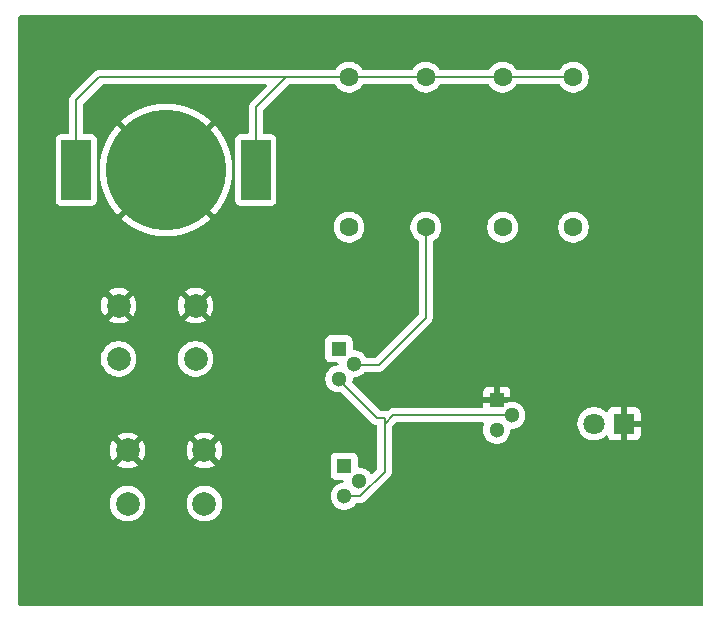
<source format=gbr>
%TF.GenerationSoftware,KiCad,Pcbnew,9.0.5*%
%TF.CreationDate,2025-10-25T12:16:36-07:00*%
%TF.ProjectId,1stproject,31737470-726f-46a6-9563-742e6b696361,rev?*%
%TF.SameCoordinates,Original*%
%TF.FileFunction,Copper,L2,Bot*%
%TF.FilePolarity,Positive*%
%FSLAX46Y46*%
G04 Gerber Fmt 4.6, Leading zero omitted, Abs format (unit mm)*
G04 Created by KiCad (PCBNEW 9.0.5) date 2025-10-25 12:16:36*
%MOMM*%
%LPD*%
G01*
G04 APERTURE LIST*
%TA.AperFunction,ComponentPad*%
%ADD10C,1.600000*%
%TD*%
%TA.AperFunction,ComponentPad*%
%ADD11R,1.300000X1.300000*%
%TD*%
%TA.AperFunction,ComponentPad*%
%ADD12C,1.300000*%
%TD*%
%TA.AperFunction,ComponentPad*%
%ADD13C,2.000000*%
%TD*%
%TA.AperFunction,ComponentPad*%
%ADD14R,1.800000X1.800000*%
%TD*%
%TA.AperFunction,ComponentPad*%
%ADD15C,1.800000*%
%TD*%
%TA.AperFunction,SMDPad,CuDef*%
%ADD16R,2.500000X5.100000*%
%TD*%
%TA.AperFunction,SMDPad,CuDef*%
%ADD17C,10.200000*%
%TD*%
%TA.AperFunction,Conductor*%
%ADD18C,0.200000*%
%TD*%
G04 APERTURE END LIST*
D10*
%TO.P,R2,1*%
%TO.N,Net-(BT1-+)*%
X144500000Y-60225000D03*
%TO.P,R2,2*%
%TO.N,Net-(D1-A)*%
X144500000Y-72925000D03*
%TD*%
%TO.P,R4,1*%
%TO.N,Net-(BT1-+)*%
X125500000Y-60225000D03*
%TO.P,R4,2*%
%TO.N,Net-(Q1-B)*%
X125500000Y-72925000D03*
%TD*%
D11*
%TO.P,Q2,1,E*%
%TO.N,Net-(Q1-B)*%
X125090000Y-93165000D03*
D12*
%TO.P,Q2,2,B*%
X126360000Y-94435000D03*
%TO.P,Q2,3,C*%
%TO.N,Net-(Q1-C)*%
X125090000Y-95705000D03*
%TD*%
D11*
%TO.P,Q1,1,E*%
%TO.N,Net-(Q1-B)*%
X124640000Y-83230000D03*
D12*
%TO.P,Q1,2,B*%
X125910000Y-84500000D03*
%TO.P,Q1,3,C*%
%TO.N,Net-(Q1-C)*%
X124640000Y-85770000D03*
%TD*%
D10*
%TO.P,R1,1*%
%TO.N,Net-(BT1-+)*%
X138500000Y-60225000D03*
%TO.P,R1,2*%
%TO.N,Net-(Q1-C)*%
X138500000Y-72925000D03*
%TD*%
D13*
%TO.P,SW2,1,A*%
%TO.N,GND*%
X106750000Y-91825000D03*
X113250000Y-91825000D03*
%TO.P,SW2,2,B*%
%TO.N,Net-(Q1-B)*%
X106750000Y-96325000D03*
X113250000Y-96325000D03*
%TD*%
%TO.P,SW1,1,A*%
%TO.N,GND*%
X106000000Y-79575000D03*
X112500000Y-79575000D03*
%TO.P,SW1,2,B*%
%TO.N,Net-(Q1-B)*%
X106000000Y-84075000D03*
X112500000Y-84075000D03*
%TD*%
D14*
%TO.P,D1,1,K*%
%TO.N,GND*%
X148775000Y-89575000D03*
D15*
%TO.P,D1,2,A*%
%TO.N,Net-(D1-A)*%
X146235000Y-89575000D03*
%TD*%
D10*
%TO.P,R3,1*%
%TO.N,Net-(BT1-+)*%
X132000000Y-60225000D03*
%TO.P,R3,2*%
%TO.N,Net-(Q1-B)*%
X132000000Y-72925000D03*
%TD*%
D11*
%TO.P,Q3,1,E*%
%TO.N,GND*%
X138000000Y-87575000D03*
D12*
%TO.P,Q3,2,B*%
%TO.N,Net-(Q1-C)*%
X139270000Y-88845000D03*
%TO.P,Q3,3,C*%
%TO.N,Net-(D1-A)*%
X138000000Y-90115000D03*
%TD*%
D16*
%TO.P,BT1,1,+*%
%TO.N,Net-(BT1-+)*%
X117600000Y-68075000D03*
X102400000Y-68075000D03*
D17*
%TO.P,BT1,2,-*%
%TO.N,GND*%
X110000000Y-68075000D03*
%TD*%
D18*
%TO.N,Net-(BT1-+)*%
X117600000Y-62775000D02*
X120150000Y-60225000D01*
X132000000Y-60225000D02*
X138500000Y-60225000D01*
X120150000Y-60225000D02*
X125500000Y-60225000D01*
X102400000Y-62175000D02*
X104350000Y-60225000D01*
X117600000Y-68075000D02*
X117600000Y-62775000D01*
X102400000Y-68075000D02*
X102400000Y-62175000D01*
X138500000Y-60225000D02*
X144500000Y-60225000D01*
X104350000Y-60225000D02*
X120150000Y-60225000D01*
X125500000Y-60225000D02*
X132000000Y-60225000D01*
%TO.N,Net-(Q1-B)*%
X124640000Y-83305000D02*
X124770000Y-83305000D01*
X125910000Y-84575000D02*
X128000000Y-84575000D01*
X128000000Y-84575000D02*
X132000000Y-80575000D01*
X132000000Y-80575000D02*
X132000000Y-72925000D01*
X124770000Y-83305000D02*
X125000000Y-83075000D01*
%TO.N,Net-(Q1-C)*%
X128500000Y-89575000D02*
X128500000Y-89075000D01*
X128500000Y-89575000D02*
X129230000Y-88845000D01*
X125090000Y-95705000D02*
X126434918Y-95705000D01*
X126434918Y-95705000D02*
X128500000Y-93639918D01*
X127870000Y-89075000D02*
X124640000Y-85845000D01*
X129230000Y-88845000D02*
X139270000Y-88845000D01*
X128500000Y-93639918D02*
X128500000Y-89575000D01*
X128500000Y-89075000D02*
X127870000Y-89075000D01*
%TD*%
%TA.AperFunction,Conductor*%
%TO.N,GND*%
G36*
X155015677Y-55019685D02*
G01*
X155036319Y-55036319D01*
X155463681Y-55463681D01*
X155497166Y-55525004D01*
X155500000Y-55551362D01*
X155500000Y-104876000D01*
X155480315Y-104943039D01*
X155427511Y-104988794D01*
X155376000Y-105000000D01*
X97624000Y-105000000D01*
X97556961Y-104980315D01*
X97511206Y-104927511D01*
X97500000Y-104876000D01*
X97500000Y-96206902D01*
X105249500Y-96206902D01*
X105249500Y-96443097D01*
X105286446Y-96676368D01*
X105359433Y-96900996D01*
X105466657Y-97111433D01*
X105605483Y-97302510D01*
X105772490Y-97469517D01*
X105963567Y-97608343D01*
X106062991Y-97659002D01*
X106174003Y-97715566D01*
X106174005Y-97715566D01*
X106174008Y-97715568D01*
X106294412Y-97754689D01*
X106398631Y-97788553D01*
X106631903Y-97825500D01*
X106631908Y-97825500D01*
X106868097Y-97825500D01*
X107101368Y-97788553D01*
X107325992Y-97715568D01*
X107536433Y-97608343D01*
X107727510Y-97469517D01*
X107894517Y-97302510D01*
X108033343Y-97111433D01*
X108140568Y-96900992D01*
X108213553Y-96676368D01*
X108228412Y-96582553D01*
X108250500Y-96443097D01*
X108250500Y-96206902D01*
X111749500Y-96206902D01*
X111749500Y-96443097D01*
X111786446Y-96676368D01*
X111859433Y-96900996D01*
X111966657Y-97111433D01*
X112105483Y-97302510D01*
X112272490Y-97469517D01*
X112463567Y-97608343D01*
X112562991Y-97659002D01*
X112674003Y-97715566D01*
X112674005Y-97715566D01*
X112674008Y-97715568D01*
X112794412Y-97754689D01*
X112898631Y-97788553D01*
X113131903Y-97825500D01*
X113131908Y-97825500D01*
X113368097Y-97825500D01*
X113601368Y-97788553D01*
X113825992Y-97715568D01*
X114036433Y-97608343D01*
X114227510Y-97469517D01*
X114394517Y-97302510D01*
X114533343Y-97111433D01*
X114640568Y-96900992D01*
X114713553Y-96676368D01*
X114728412Y-96582553D01*
X114750500Y-96443097D01*
X114750500Y-96206902D01*
X114713553Y-95973631D01*
X114640566Y-95749003D01*
X114533342Y-95538566D01*
X114394517Y-95347490D01*
X114227510Y-95180483D01*
X114036433Y-95041657D01*
X113825996Y-94934433D01*
X113601368Y-94861446D01*
X113368097Y-94824500D01*
X113368092Y-94824500D01*
X113131908Y-94824500D01*
X113131903Y-94824500D01*
X112898631Y-94861446D01*
X112674003Y-94934433D01*
X112463566Y-95041657D01*
X112380509Y-95102002D01*
X112272490Y-95180483D01*
X112272488Y-95180485D01*
X112272487Y-95180485D01*
X112105485Y-95347487D01*
X112105485Y-95347488D01*
X112105483Y-95347490D01*
X112045862Y-95429550D01*
X111966657Y-95538566D01*
X111859433Y-95749003D01*
X111786446Y-95973631D01*
X111749500Y-96206902D01*
X108250500Y-96206902D01*
X108213553Y-95973631D01*
X108140566Y-95749003D01*
X108033342Y-95538566D01*
X107894517Y-95347490D01*
X107727510Y-95180483D01*
X107536433Y-95041657D01*
X107325996Y-94934433D01*
X107101368Y-94861446D01*
X106868097Y-94824500D01*
X106868092Y-94824500D01*
X106631908Y-94824500D01*
X106631903Y-94824500D01*
X106398631Y-94861446D01*
X106174003Y-94934433D01*
X105963566Y-95041657D01*
X105880509Y-95102002D01*
X105772490Y-95180483D01*
X105772488Y-95180485D01*
X105772487Y-95180485D01*
X105605485Y-95347487D01*
X105605485Y-95347488D01*
X105605483Y-95347490D01*
X105545862Y-95429550D01*
X105466657Y-95538566D01*
X105359433Y-95749003D01*
X105286446Y-95973631D01*
X105249500Y-96206902D01*
X97500000Y-96206902D01*
X97500000Y-91706947D01*
X105250000Y-91706947D01*
X105250000Y-91943052D01*
X105286934Y-92176247D01*
X105359897Y-92400802D01*
X105467087Y-92611174D01*
X105527338Y-92694104D01*
X105527340Y-92694105D01*
X106226212Y-91995233D01*
X106237482Y-92037292D01*
X106309890Y-92162708D01*
X106412292Y-92265110D01*
X106537708Y-92337518D01*
X106579765Y-92348787D01*
X105880893Y-93047658D01*
X105963828Y-93107914D01*
X106174197Y-93215102D01*
X106398752Y-93288065D01*
X106398751Y-93288065D01*
X106631948Y-93325000D01*
X106868052Y-93325000D01*
X107101247Y-93288065D01*
X107325802Y-93215102D01*
X107536163Y-93107918D01*
X107536169Y-93107914D01*
X107619104Y-93047658D01*
X107619105Y-93047658D01*
X106920233Y-92348787D01*
X106962292Y-92337518D01*
X107087708Y-92265110D01*
X107190110Y-92162708D01*
X107262518Y-92037292D01*
X107273787Y-91995234D01*
X107972658Y-92694105D01*
X107972658Y-92694104D01*
X108032914Y-92611169D01*
X108032918Y-92611163D01*
X108140102Y-92400802D01*
X108213065Y-92176247D01*
X108250000Y-91943052D01*
X108250000Y-91706947D01*
X111750000Y-91706947D01*
X111750000Y-91943052D01*
X111786934Y-92176247D01*
X111859897Y-92400802D01*
X111967087Y-92611174D01*
X112027338Y-92694104D01*
X112027340Y-92694105D01*
X112726212Y-91995233D01*
X112737482Y-92037292D01*
X112809890Y-92162708D01*
X112912292Y-92265110D01*
X113037708Y-92337518D01*
X113079765Y-92348787D01*
X112380893Y-93047658D01*
X112463828Y-93107914D01*
X112674197Y-93215102D01*
X112898752Y-93288065D01*
X112898751Y-93288065D01*
X113131948Y-93325000D01*
X113368052Y-93325000D01*
X113601247Y-93288065D01*
X113825802Y-93215102D01*
X114036163Y-93107918D01*
X114036169Y-93107914D01*
X114119104Y-93047658D01*
X114119105Y-93047658D01*
X113420233Y-92348787D01*
X113462292Y-92337518D01*
X113587708Y-92265110D01*
X113690110Y-92162708D01*
X113762518Y-92037292D01*
X113773787Y-91995234D01*
X114472658Y-92694105D01*
X114472658Y-92694104D01*
X114532914Y-92611169D01*
X114532918Y-92611163D01*
X114640102Y-92400802D01*
X114713065Y-92176247D01*
X114750000Y-91943052D01*
X114750000Y-91706947D01*
X114713065Y-91473752D01*
X114640102Y-91249197D01*
X114532914Y-91038828D01*
X114472658Y-90955894D01*
X114472658Y-90955893D01*
X113773787Y-91654765D01*
X113762518Y-91612708D01*
X113690110Y-91487292D01*
X113587708Y-91384890D01*
X113462292Y-91312482D01*
X113420234Y-91301212D01*
X114119105Y-90602340D01*
X114119104Y-90602338D01*
X114036174Y-90542087D01*
X113825802Y-90434897D01*
X113601247Y-90361934D01*
X113601248Y-90361934D01*
X113368052Y-90325000D01*
X113131948Y-90325000D01*
X112898752Y-90361934D01*
X112674197Y-90434897D01*
X112463830Y-90542084D01*
X112380894Y-90602340D01*
X113079766Y-91301212D01*
X113037708Y-91312482D01*
X112912292Y-91384890D01*
X112809890Y-91487292D01*
X112737482Y-91612708D01*
X112726212Y-91654766D01*
X112027340Y-90955894D01*
X111967084Y-91038830D01*
X111859897Y-91249197D01*
X111786934Y-91473752D01*
X111750000Y-91706947D01*
X108250000Y-91706947D01*
X108213065Y-91473752D01*
X108140102Y-91249197D01*
X108032914Y-91038828D01*
X107972658Y-90955894D01*
X107972658Y-90955893D01*
X107273787Y-91654765D01*
X107262518Y-91612708D01*
X107190110Y-91487292D01*
X107087708Y-91384890D01*
X106962292Y-91312482D01*
X106920234Y-91301212D01*
X107619105Y-90602340D01*
X107619104Y-90602339D01*
X107536174Y-90542087D01*
X107325802Y-90434897D01*
X107101247Y-90361934D01*
X107101248Y-90361934D01*
X106868052Y-90325000D01*
X106631948Y-90325000D01*
X106398752Y-90361934D01*
X106174197Y-90434897D01*
X105963830Y-90542084D01*
X105880894Y-90602340D01*
X106579766Y-91301212D01*
X106537708Y-91312482D01*
X106412292Y-91384890D01*
X106309890Y-91487292D01*
X106237482Y-91612708D01*
X106226212Y-91654766D01*
X105527340Y-90955894D01*
X105467084Y-91038830D01*
X105359897Y-91249197D01*
X105286934Y-91473752D01*
X105250000Y-91706947D01*
X97500000Y-91706947D01*
X97500000Y-83956902D01*
X104499500Y-83956902D01*
X104499500Y-84193097D01*
X104536446Y-84426368D01*
X104609433Y-84650996D01*
X104636333Y-84703789D01*
X104716657Y-84861433D01*
X104855483Y-85052510D01*
X105022490Y-85219517D01*
X105213567Y-85358343D01*
X105251269Y-85377553D01*
X105424003Y-85465566D01*
X105424005Y-85465566D01*
X105424008Y-85465568D01*
X105531791Y-85500589D01*
X105648631Y-85538553D01*
X105881903Y-85575500D01*
X105881908Y-85575500D01*
X106118097Y-85575500D01*
X106351368Y-85538553D01*
X106575992Y-85465568D01*
X106786433Y-85358343D01*
X106977510Y-85219517D01*
X107144517Y-85052510D01*
X107283343Y-84861433D01*
X107390568Y-84650992D01*
X107463553Y-84426368D01*
X107479799Y-84323796D01*
X107500500Y-84193097D01*
X107500500Y-83956902D01*
X110999500Y-83956902D01*
X110999500Y-84193097D01*
X111036446Y-84426368D01*
X111109433Y-84650996D01*
X111136333Y-84703789D01*
X111216657Y-84861433D01*
X111355483Y-85052510D01*
X111522490Y-85219517D01*
X111713567Y-85358343D01*
X111751269Y-85377553D01*
X111924003Y-85465566D01*
X111924005Y-85465566D01*
X111924008Y-85465568D01*
X112031791Y-85500589D01*
X112148631Y-85538553D01*
X112381903Y-85575500D01*
X112381908Y-85575500D01*
X112618097Y-85575500D01*
X112851368Y-85538553D01*
X113075992Y-85465568D01*
X113286433Y-85358343D01*
X113477510Y-85219517D01*
X113644517Y-85052510D01*
X113783343Y-84861433D01*
X113890568Y-84650992D01*
X113963553Y-84426368D01*
X113979799Y-84323796D01*
X114000500Y-84193097D01*
X114000500Y-83956902D01*
X113963553Y-83723631D01*
X113890566Y-83499003D01*
X113783342Y-83288566D01*
X113774947Y-83277011D01*
X113644517Y-83097490D01*
X113477510Y-82930483D01*
X113286433Y-82791657D01*
X113075996Y-82684433D01*
X112959979Y-82646737D01*
X112851368Y-82611446D01*
X112618097Y-82574500D01*
X112618092Y-82574500D01*
X112381908Y-82574500D01*
X112381903Y-82574500D01*
X112148631Y-82611446D01*
X111924003Y-82684433D01*
X111713566Y-82791657D01*
X111604550Y-82870862D01*
X111522490Y-82930483D01*
X111522488Y-82930485D01*
X111522487Y-82930485D01*
X111355485Y-83097487D01*
X111355485Y-83097488D01*
X111355483Y-83097490D01*
X111295862Y-83179550D01*
X111216657Y-83288566D01*
X111109433Y-83499003D01*
X111036446Y-83723631D01*
X110999500Y-83956902D01*
X107500500Y-83956902D01*
X107463553Y-83723631D01*
X107390566Y-83499003D01*
X107283342Y-83288566D01*
X107274947Y-83277011D01*
X107144517Y-83097490D01*
X106977510Y-82930483D01*
X106786433Y-82791657D01*
X106575996Y-82684433D01*
X106351368Y-82611446D01*
X106118097Y-82574500D01*
X106118092Y-82574500D01*
X105881908Y-82574500D01*
X105881903Y-82574500D01*
X105648631Y-82611446D01*
X105424003Y-82684433D01*
X105213566Y-82791657D01*
X105104550Y-82870862D01*
X105022490Y-82930483D01*
X105022488Y-82930485D01*
X105022487Y-82930485D01*
X104855485Y-83097487D01*
X104855485Y-83097488D01*
X104855483Y-83097490D01*
X104795862Y-83179550D01*
X104716657Y-83288566D01*
X104609433Y-83499003D01*
X104536446Y-83723631D01*
X104499500Y-83956902D01*
X97500000Y-83956902D01*
X97500000Y-82532135D01*
X123489500Y-82532135D01*
X123489500Y-83927870D01*
X123489501Y-83927876D01*
X123495908Y-83987483D01*
X123546202Y-84122328D01*
X123546206Y-84122335D01*
X123632452Y-84237544D01*
X123632455Y-84237547D01*
X123747664Y-84323793D01*
X123747671Y-84323797D01*
X123882517Y-84374091D01*
X123882516Y-84374091D01*
X123889444Y-84374835D01*
X123942127Y-84380500D01*
X124482874Y-84380499D01*
X124549912Y-84400183D01*
X124595667Y-84452987D01*
X124605611Y-84522146D01*
X124576586Y-84585702D01*
X124517808Y-84623476D01*
X124502272Y-84626972D01*
X124370589Y-84647829D01*
X124198363Y-84703787D01*
X124198360Y-84703788D01*
X124037002Y-84786006D01*
X123890505Y-84892441D01*
X123890500Y-84892445D01*
X123762445Y-85020500D01*
X123762441Y-85020505D01*
X123656006Y-85167002D01*
X123573788Y-85328360D01*
X123573787Y-85328363D01*
X123517829Y-85500589D01*
X123489500Y-85679448D01*
X123489500Y-85860551D01*
X123517829Y-86039410D01*
X123573787Y-86211636D01*
X123573788Y-86211639D01*
X123656006Y-86372997D01*
X123762441Y-86519494D01*
X123762445Y-86519499D01*
X123890500Y-86647554D01*
X123890505Y-86647558D01*
X123939158Y-86682906D01*
X124037006Y-86753996D01*
X124142484Y-86807740D01*
X124198360Y-86836211D01*
X124198363Y-86836212D01*
X124284476Y-86864191D01*
X124370591Y-86892171D01*
X124453429Y-86905291D01*
X124549449Y-86920500D01*
X124549454Y-86920500D01*
X124730543Y-86920500D01*
X124730546Y-86920500D01*
X124785306Y-86911826D01*
X124854596Y-86920780D01*
X124892383Y-86946618D01*
X127385139Y-89439374D01*
X127385149Y-89439385D01*
X127389479Y-89443715D01*
X127389480Y-89443716D01*
X127501284Y-89555520D01*
X127501286Y-89555521D01*
X127501290Y-89555524D01*
X127568797Y-89594499D01*
X127568801Y-89594500D01*
X127568802Y-89594501D01*
X127638215Y-89634577D01*
X127790943Y-89675501D01*
X127790950Y-89675501D01*
X127791678Y-89675597D01*
X127792252Y-89675851D01*
X127798794Y-89677604D01*
X127798520Y-89678623D01*
X127855576Y-89703860D01*
X127894051Y-89762182D01*
X127899500Y-89798537D01*
X127899500Y-93339820D01*
X127879815Y-93406859D01*
X127863181Y-93427501D01*
X127494916Y-93795766D01*
X127433593Y-93829251D01*
X127363901Y-93824267D01*
X127307968Y-93782395D01*
X127306917Y-93780970D01*
X127237558Y-93685504D01*
X127109499Y-93557445D01*
X127109494Y-93557441D01*
X126962997Y-93451006D01*
X126962996Y-93451005D01*
X126962994Y-93451004D01*
X126911300Y-93424664D01*
X126801639Y-93368788D01*
X126801636Y-93368787D01*
X126629410Y-93312829D01*
X126450551Y-93284500D01*
X126450546Y-93284500D01*
X126364499Y-93284500D01*
X126297460Y-93264815D01*
X126251705Y-93212011D01*
X126240499Y-93160500D01*
X126240499Y-92467129D01*
X126240498Y-92467123D01*
X126240497Y-92467116D01*
X126234091Y-92407517D01*
X126231586Y-92400802D01*
X126183797Y-92272671D01*
X126183793Y-92272664D01*
X126097547Y-92157455D01*
X126097544Y-92157452D01*
X125982335Y-92071206D01*
X125982328Y-92071202D01*
X125847482Y-92020908D01*
X125847483Y-92020908D01*
X125787883Y-92014501D01*
X125787881Y-92014500D01*
X125787873Y-92014500D01*
X125787864Y-92014500D01*
X124392129Y-92014500D01*
X124392123Y-92014501D01*
X124332516Y-92020908D01*
X124197671Y-92071202D01*
X124197664Y-92071206D01*
X124082455Y-92157452D01*
X124082452Y-92157455D01*
X123996206Y-92272664D01*
X123996202Y-92272671D01*
X123945908Y-92407517D01*
X123939501Y-92467116D01*
X123939501Y-92467123D01*
X123939500Y-92467135D01*
X123939500Y-93862870D01*
X123939501Y-93862876D01*
X123945908Y-93922483D01*
X123996202Y-94057328D01*
X123996206Y-94057335D01*
X124082452Y-94172544D01*
X124082455Y-94172547D01*
X124197664Y-94258793D01*
X124197671Y-94258797D01*
X124332517Y-94309091D01*
X124332516Y-94309091D01*
X124339444Y-94309835D01*
X124392127Y-94315500D01*
X124932874Y-94315499D01*
X124999912Y-94335183D01*
X125045667Y-94387987D01*
X125055611Y-94457146D01*
X125026586Y-94520702D01*
X124967808Y-94558476D01*
X124952272Y-94561972D01*
X124820589Y-94582829D01*
X124648363Y-94638787D01*
X124648360Y-94638788D01*
X124487002Y-94721006D01*
X124340505Y-94827441D01*
X124340500Y-94827445D01*
X124212445Y-94955500D01*
X124212441Y-94955505D01*
X124106006Y-95102002D01*
X124023788Y-95263360D01*
X124023787Y-95263363D01*
X123967829Y-95435589D01*
X123939500Y-95614448D01*
X123939500Y-95795551D01*
X123967829Y-95974410D01*
X124023787Y-96146636D01*
X124023788Y-96146639D01*
X124079664Y-96256300D01*
X124104733Y-96305500D01*
X124106006Y-96307997D01*
X124212441Y-96454494D01*
X124212445Y-96454499D01*
X124340500Y-96582554D01*
X124340505Y-96582558D01*
X124468287Y-96675396D01*
X124487006Y-96688996D01*
X124592484Y-96742740D01*
X124648360Y-96771211D01*
X124648363Y-96771212D01*
X124734476Y-96799191D01*
X124820591Y-96827171D01*
X124903429Y-96840291D01*
X124999449Y-96855500D01*
X124999454Y-96855500D01*
X125180551Y-96855500D01*
X125267259Y-96841765D01*
X125359409Y-96827171D01*
X125531639Y-96771211D01*
X125692994Y-96688996D01*
X125839501Y-96582553D01*
X125967553Y-96454501D01*
X125975839Y-96443097D01*
X126038670Y-96356616D01*
X126043002Y-96353274D01*
X126045276Y-96348297D01*
X126070375Y-96332166D01*
X126094000Y-96313949D01*
X126100673Y-96312695D01*
X126104054Y-96310523D01*
X126138989Y-96305500D01*
X126348249Y-96305500D01*
X126348265Y-96305501D01*
X126355861Y-96305501D01*
X126513972Y-96305501D01*
X126513975Y-96305501D01*
X126666703Y-96264577D01*
X126716822Y-96235639D01*
X126803634Y-96185520D01*
X126915438Y-96073716D01*
X126915438Y-96073714D01*
X126925646Y-96063507D01*
X126925648Y-96063504D01*
X128868713Y-94120439D01*
X128868716Y-94120438D01*
X128980520Y-94008634D01*
X129030639Y-93921822D01*
X129059577Y-93871703D01*
X129100501Y-93718975D01*
X129100501Y-93560861D01*
X129100501Y-93553266D01*
X129100500Y-93553248D01*
X129100500Y-89875097D01*
X129120185Y-89808058D01*
X129136819Y-89787416D01*
X129442416Y-89481819D01*
X129503739Y-89448334D01*
X129530097Y-89445500D01*
X136847540Y-89445500D01*
X136914579Y-89465185D01*
X136960334Y-89517989D01*
X136970278Y-89587147D01*
X136958025Y-89625795D01*
X136933788Y-89673360D01*
X136933787Y-89673363D01*
X136877829Y-89845589D01*
X136849500Y-90024448D01*
X136849500Y-90205551D01*
X136877829Y-90384410D01*
X136933787Y-90556636D01*
X136933788Y-90556639D01*
X136977916Y-90643242D01*
X137015541Y-90717086D01*
X137016006Y-90717997D01*
X137122441Y-90864494D01*
X137122445Y-90864499D01*
X137250500Y-90992554D01*
X137250505Y-90992558D01*
X137314191Y-91038828D01*
X137397006Y-91098996D01*
X137502484Y-91152740D01*
X137558360Y-91181211D01*
X137558363Y-91181212D01*
X137644476Y-91209191D01*
X137730591Y-91237171D01*
X137813429Y-91250291D01*
X137909449Y-91265500D01*
X137909454Y-91265500D01*
X138090551Y-91265500D01*
X138177259Y-91251765D01*
X138269409Y-91237171D01*
X138441639Y-91181211D01*
X138602994Y-91098996D01*
X138749501Y-90992553D01*
X138877553Y-90864501D01*
X138983996Y-90717994D01*
X139066211Y-90556639D01*
X139122171Y-90384409D01*
X139136765Y-90292259D01*
X139150500Y-90205551D01*
X139150500Y-90119500D01*
X139170185Y-90052461D01*
X139222989Y-90006706D01*
X139274500Y-89995500D01*
X139360551Y-89995500D01*
X139447259Y-89981765D01*
X139539409Y-89967171D01*
X139711639Y-89911211D01*
X139872994Y-89828996D01*
X140019501Y-89722553D01*
X140147553Y-89594501D01*
X140241802Y-89464778D01*
X144834500Y-89464778D01*
X144834500Y-89685222D01*
X144844553Y-89748694D01*
X144868985Y-89902952D01*
X144937103Y-90112603D01*
X144937104Y-90112606D01*
X145037187Y-90309025D01*
X145166752Y-90487358D01*
X145166756Y-90487363D01*
X145322636Y-90643243D01*
X145322641Y-90643247D01*
X145425523Y-90717994D01*
X145500978Y-90772815D01*
X145617501Y-90832187D01*
X145697393Y-90872895D01*
X145697396Y-90872896D01*
X145802221Y-90906955D01*
X145907049Y-90941015D01*
X146124778Y-90975500D01*
X146124779Y-90975500D01*
X146345221Y-90975500D01*
X146345222Y-90975500D01*
X146562951Y-90941015D01*
X146772606Y-90872895D01*
X146969022Y-90772815D01*
X147147365Y-90643242D01*
X147197924Y-90592682D01*
X147259245Y-90559198D01*
X147328936Y-90564182D01*
X147384870Y-90606053D01*
X147401786Y-90637030D01*
X147431646Y-90717087D01*
X147431649Y-90717093D01*
X147517809Y-90832187D01*
X147517812Y-90832190D01*
X147632906Y-90918350D01*
X147632913Y-90918354D01*
X147767620Y-90968596D01*
X147767627Y-90968598D01*
X147827155Y-90974999D01*
X147827172Y-90975000D01*
X148525000Y-90975000D01*
X148525000Y-89950277D01*
X148601306Y-89994333D01*
X148715756Y-90025000D01*
X148834244Y-90025000D01*
X148948694Y-89994333D01*
X149025000Y-89950277D01*
X149025000Y-90975000D01*
X149722828Y-90975000D01*
X149722844Y-90974999D01*
X149782372Y-90968598D01*
X149782379Y-90968596D01*
X149917086Y-90918354D01*
X149917093Y-90918350D01*
X150032187Y-90832190D01*
X150032190Y-90832187D01*
X150118350Y-90717093D01*
X150118354Y-90717086D01*
X150168596Y-90582379D01*
X150168598Y-90582372D01*
X150174999Y-90522844D01*
X150175000Y-90522827D01*
X150175000Y-89825000D01*
X149150278Y-89825000D01*
X149194333Y-89748694D01*
X149225000Y-89634244D01*
X149225000Y-89515756D01*
X149194333Y-89401306D01*
X149150278Y-89325000D01*
X150175000Y-89325000D01*
X150175000Y-88627172D01*
X150174999Y-88627155D01*
X150168598Y-88567627D01*
X150168596Y-88567620D01*
X150118354Y-88432913D01*
X150118350Y-88432906D01*
X150032190Y-88317812D01*
X150032187Y-88317809D01*
X149917093Y-88231649D01*
X149917086Y-88231645D01*
X149782379Y-88181403D01*
X149782372Y-88181401D01*
X149722844Y-88175000D01*
X149025000Y-88175000D01*
X149025000Y-89199722D01*
X148948694Y-89155667D01*
X148834244Y-89125000D01*
X148715756Y-89125000D01*
X148601306Y-89155667D01*
X148525000Y-89199722D01*
X148525000Y-88175000D01*
X147827155Y-88175000D01*
X147767627Y-88181401D01*
X147767620Y-88181403D01*
X147632913Y-88231645D01*
X147632906Y-88231649D01*
X147517812Y-88317809D01*
X147517809Y-88317812D01*
X147431649Y-88432906D01*
X147431643Y-88432918D01*
X147401785Y-88512969D01*
X147359914Y-88568903D01*
X147294449Y-88593319D01*
X147226176Y-88578467D01*
X147197923Y-88557316D01*
X147147363Y-88506756D01*
X147147358Y-88506752D01*
X146969025Y-88377187D01*
X146969024Y-88377186D01*
X146969022Y-88377185D01*
X146906096Y-88345122D01*
X146772606Y-88277104D01*
X146772603Y-88277103D01*
X146562952Y-88208985D01*
X146454086Y-88191742D01*
X146345222Y-88174500D01*
X146124778Y-88174500D01*
X146052201Y-88185995D01*
X145907047Y-88208985D01*
X145697396Y-88277103D01*
X145697393Y-88277104D01*
X145500974Y-88377187D01*
X145322641Y-88506752D01*
X145322636Y-88506756D01*
X145166756Y-88662636D01*
X145166752Y-88662641D01*
X145037187Y-88840974D01*
X144937104Y-89037393D01*
X144937103Y-89037396D01*
X144868985Y-89247047D01*
X144860805Y-89298694D01*
X144834500Y-89464778D01*
X140241802Y-89464778D01*
X140253996Y-89447994D01*
X140330069Y-89298694D01*
X140336209Y-89286644D01*
X140336212Y-89286636D01*
X140359517Y-89214910D01*
X140392171Y-89114409D01*
X140406765Y-89022259D01*
X140420500Y-88935551D01*
X140420500Y-88754448D01*
X140404019Y-88650397D01*
X140392171Y-88575591D01*
X140347525Y-88438181D01*
X140336212Y-88403363D01*
X140336211Y-88403360D01*
X140276119Y-88285425D01*
X140253996Y-88242006D01*
X140205314Y-88175000D01*
X140147558Y-88095505D01*
X140147554Y-88095500D01*
X140019499Y-87967445D01*
X140019494Y-87967441D01*
X139872997Y-87861006D01*
X139872996Y-87861005D01*
X139872994Y-87861004D01*
X139802333Y-87825000D01*
X139711639Y-87778788D01*
X139711636Y-87778787D01*
X139539410Y-87722829D01*
X139360551Y-87694500D01*
X139360546Y-87694500D01*
X139179454Y-87694500D01*
X139179449Y-87694500D01*
X139000589Y-87722829D01*
X138828363Y-87778787D01*
X138828360Y-87778788D01*
X138764192Y-87811485D01*
X138707897Y-87825000D01*
X138280330Y-87825000D01*
X138300075Y-87805255D01*
X138349444Y-87719745D01*
X138375000Y-87624370D01*
X138375000Y-87525630D01*
X138349444Y-87430255D01*
X138300075Y-87344745D01*
X138280330Y-87325000D01*
X139150000Y-87325000D01*
X139150000Y-86877172D01*
X139149999Y-86877155D01*
X139143598Y-86817627D01*
X139143596Y-86817620D01*
X139093354Y-86682913D01*
X139093350Y-86682906D01*
X139007190Y-86567812D01*
X139007187Y-86567809D01*
X138892093Y-86481649D01*
X138892086Y-86481645D01*
X138757379Y-86431403D01*
X138757372Y-86431401D01*
X138697844Y-86425000D01*
X138250000Y-86425000D01*
X138250000Y-87294670D01*
X138230255Y-87274925D01*
X138144745Y-87225556D01*
X138049370Y-87200000D01*
X137950630Y-87200000D01*
X137855255Y-87225556D01*
X137769745Y-87274925D01*
X137750000Y-87294670D01*
X137750000Y-86425000D01*
X137302155Y-86425000D01*
X137242627Y-86431401D01*
X137242620Y-86431403D01*
X137107913Y-86481645D01*
X137107906Y-86481649D01*
X136992812Y-86567809D01*
X136992809Y-86567812D01*
X136906649Y-86682906D01*
X136906645Y-86682913D01*
X136856403Y-86817620D01*
X136856401Y-86817627D01*
X136850000Y-86877155D01*
X136850000Y-87325000D01*
X137719670Y-87325000D01*
X137699925Y-87344745D01*
X137650556Y-87430255D01*
X137625000Y-87525630D01*
X137625000Y-87624370D01*
X137650556Y-87719745D01*
X137699925Y-87805255D01*
X137719670Y-87825000D01*
X136850000Y-87825000D01*
X136850000Y-88120500D01*
X136830315Y-88187539D01*
X136777511Y-88233294D01*
X136726000Y-88244500D01*
X129316669Y-88244500D01*
X129316653Y-88244499D01*
X129309057Y-88244499D01*
X129150943Y-88244499D01*
X129043587Y-88273265D01*
X128998210Y-88285424D01*
X128998209Y-88285425D01*
X128948096Y-88314359D01*
X128948095Y-88314360D01*
X128942116Y-88317812D01*
X128861286Y-88364478D01*
X128765495Y-88460269D01*
X128704171Y-88493753D01*
X128645722Y-88492362D01*
X128579058Y-88474500D01*
X128579057Y-88474500D01*
X128170097Y-88474500D01*
X128103058Y-88454815D01*
X128082416Y-88438181D01*
X125796072Y-86151837D01*
X125762587Y-86090514D01*
X125763082Y-86044486D01*
X125761409Y-86044221D01*
X125790500Y-85860551D01*
X125790500Y-85774500D01*
X125810185Y-85707461D01*
X125862989Y-85661706D01*
X125914500Y-85650500D01*
X126000551Y-85650500D01*
X126087259Y-85636765D01*
X126179409Y-85622171D01*
X126351639Y-85566211D01*
X126512994Y-85483996D01*
X126659501Y-85377553D01*
X126787553Y-85249501D01*
X126804181Y-85226613D01*
X126859512Y-85183949D01*
X126904499Y-85175500D01*
X127913331Y-85175500D01*
X127913347Y-85175501D01*
X127920943Y-85175501D01*
X128079054Y-85175501D01*
X128079057Y-85175501D01*
X128231785Y-85134577D01*
X128309072Y-85089955D01*
X128368716Y-85055520D01*
X128480520Y-84943716D01*
X128480520Y-84943714D01*
X128490724Y-84933511D01*
X128490728Y-84933506D01*
X132368713Y-81055521D01*
X132368716Y-81055520D01*
X132480520Y-80943716D01*
X132530639Y-80856904D01*
X132559577Y-80806785D01*
X132600500Y-80654058D01*
X132600500Y-80495943D01*
X132600500Y-74154601D01*
X132620185Y-74087562D01*
X132668206Y-74044116D01*
X132681610Y-74037287D01*
X132847219Y-73916966D01*
X132991966Y-73772219D01*
X132991968Y-73772215D01*
X132991971Y-73772213D01*
X133087684Y-73640473D01*
X133112287Y-73606610D01*
X133205220Y-73424219D01*
X133268477Y-73229534D01*
X133300500Y-73027352D01*
X133300500Y-72822648D01*
X137199500Y-72822648D01*
X137199500Y-73027351D01*
X137231522Y-73229534D01*
X137294781Y-73424223D01*
X137387715Y-73606613D01*
X137508028Y-73772213D01*
X137652786Y-73916971D01*
X137807749Y-74029556D01*
X137818390Y-74037287D01*
X137899499Y-74078614D01*
X138000776Y-74130218D01*
X138000778Y-74130218D01*
X138000781Y-74130220D01*
X138075818Y-74154601D01*
X138195465Y-74193477D01*
X138296557Y-74209488D01*
X138397648Y-74225500D01*
X138397649Y-74225500D01*
X138602351Y-74225500D01*
X138602352Y-74225500D01*
X138804534Y-74193477D01*
X138999219Y-74130220D01*
X139181610Y-74037287D01*
X139274590Y-73969732D01*
X139347213Y-73916971D01*
X139347215Y-73916968D01*
X139347219Y-73916966D01*
X139491966Y-73772219D01*
X139491968Y-73772215D01*
X139491971Y-73772213D01*
X139587684Y-73640473D01*
X139612287Y-73606610D01*
X139705220Y-73424219D01*
X139768477Y-73229534D01*
X139800500Y-73027352D01*
X139800500Y-72822648D01*
X143199500Y-72822648D01*
X143199500Y-73027351D01*
X143231522Y-73229534D01*
X143294781Y-73424223D01*
X143387715Y-73606613D01*
X143508028Y-73772213D01*
X143652786Y-73916971D01*
X143807749Y-74029556D01*
X143818390Y-74037287D01*
X143899499Y-74078614D01*
X144000776Y-74130218D01*
X144000778Y-74130218D01*
X144000781Y-74130220D01*
X144075818Y-74154601D01*
X144195465Y-74193477D01*
X144296557Y-74209488D01*
X144397648Y-74225500D01*
X144397649Y-74225500D01*
X144602351Y-74225500D01*
X144602352Y-74225500D01*
X144804534Y-74193477D01*
X144999219Y-74130220D01*
X145181610Y-74037287D01*
X145274590Y-73969732D01*
X145347213Y-73916971D01*
X145347215Y-73916968D01*
X145347219Y-73916966D01*
X145491966Y-73772219D01*
X145491968Y-73772215D01*
X145491971Y-73772213D01*
X145587684Y-73640473D01*
X145612287Y-73606610D01*
X145705220Y-73424219D01*
X145768477Y-73229534D01*
X145800500Y-73027352D01*
X145800500Y-72822648D01*
X145768477Y-72620465D01*
X145705218Y-72425776D01*
X145671503Y-72359607D01*
X145612287Y-72243390D01*
X145587959Y-72209905D01*
X145491971Y-72077786D01*
X145347213Y-71933028D01*
X145181613Y-71812715D01*
X145181612Y-71812714D01*
X145181610Y-71812713D01*
X145124653Y-71783691D01*
X144999223Y-71719781D01*
X144804534Y-71656522D01*
X144629995Y-71628878D01*
X144602352Y-71624500D01*
X144397648Y-71624500D01*
X144373329Y-71628351D01*
X144195465Y-71656522D01*
X144000776Y-71719781D01*
X143818386Y-71812715D01*
X143652786Y-71933028D01*
X143508028Y-72077786D01*
X143387715Y-72243386D01*
X143294781Y-72425776D01*
X143231522Y-72620465D01*
X143199500Y-72822648D01*
X139800500Y-72822648D01*
X139768477Y-72620465D01*
X139705218Y-72425776D01*
X139671503Y-72359607D01*
X139612287Y-72243390D01*
X139587959Y-72209905D01*
X139491971Y-72077786D01*
X139347213Y-71933028D01*
X139181613Y-71812715D01*
X139181612Y-71812714D01*
X139181610Y-71812713D01*
X139124653Y-71783691D01*
X138999223Y-71719781D01*
X138804534Y-71656522D01*
X138629995Y-71628878D01*
X138602352Y-71624500D01*
X138397648Y-71624500D01*
X138373329Y-71628351D01*
X138195465Y-71656522D01*
X138000776Y-71719781D01*
X137818386Y-71812715D01*
X137652786Y-71933028D01*
X137508028Y-72077786D01*
X137387715Y-72243386D01*
X137294781Y-72425776D01*
X137231522Y-72620465D01*
X137199500Y-72822648D01*
X133300500Y-72822648D01*
X133268477Y-72620465D01*
X133205218Y-72425776D01*
X133171503Y-72359607D01*
X133112287Y-72243390D01*
X133087959Y-72209905D01*
X132991971Y-72077786D01*
X132847213Y-71933028D01*
X132681613Y-71812715D01*
X132681612Y-71812714D01*
X132681610Y-71812713D01*
X132624653Y-71783691D01*
X132499223Y-71719781D01*
X132304534Y-71656522D01*
X132129995Y-71628878D01*
X132102352Y-71624500D01*
X131897648Y-71624500D01*
X131873329Y-71628351D01*
X131695465Y-71656522D01*
X131500776Y-71719781D01*
X131318386Y-71812715D01*
X131152786Y-71933028D01*
X131008028Y-72077786D01*
X130887715Y-72243386D01*
X130794781Y-72425776D01*
X130731522Y-72620465D01*
X130699500Y-72822648D01*
X130699500Y-73027351D01*
X130731522Y-73229534D01*
X130794781Y-73424223D01*
X130887715Y-73606613D01*
X131008028Y-73772213D01*
X131008034Y-73772219D01*
X131152781Y-73916966D01*
X131318390Y-74037287D01*
X131331793Y-74044116D01*
X131382589Y-74092088D01*
X131399500Y-74154601D01*
X131399500Y-80274903D01*
X131379815Y-80341942D01*
X131363181Y-80362584D01*
X127787584Y-83938181D01*
X127726261Y-83971666D01*
X127699903Y-83974500D01*
X127009469Y-83974500D01*
X126942430Y-83954815D01*
X126898985Y-83906797D01*
X126893994Y-83897002D01*
X126787558Y-83750505D01*
X126787554Y-83750500D01*
X126659499Y-83622445D01*
X126659494Y-83622441D01*
X126512997Y-83516006D01*
X126512996Y-83516005D01*
X126512994Y-83516004D01*
X126461300Y-83489664D01*
X126351639Y-83433788D01*
X126351636Y-83433787D01*
X126179410Y-83377829D01*
X126000551Y-83349500D01*
X126000546Y-83349500D01*
X125914499Y-83349500D01*
X125847460Y-83329815D01*
X125801705Y-83277011D01*
X125790499Y-83225500D01*
X125790499Y-82532129D01*
X125790498Y-82532123D01*
X125790497Y-82532116D01*
X125784091Y-82472517D01*
X125733796Y-82337669D01*
X125733795Y-82337668D01*
X125733793Y-82337664D01*
X125647547Y-82222455D01*
X125647544Y-82222452D01*
X125532335Y-82136206D01*
X125532328Y-82136202D01*
X125397482Y-82085908D01*
X125397483Y-82085908D01*
X125337883Y-82079501D01*
X125337881Y-82079500D01*
X125337873Y-82079500D01*
X125337864Y-82079500D01*
X123942129Y-82079500D01*
X123942123Y-82079501D01*
X123882516Y-82085908D01*
X123747671Y-82136202D01*
X123747664Y-82136206D01*
X123632455Y-82222452D01*
X123632452Y-82222455D01*
X123546206Y-82337664D01*
X123546202Y-82337671D01*
X123495908Y-82472517D01*
X123489501Y-82532116D01*
X123489501Y-82532123D01*
X123489500Y-82532135D01*
X97500000Y-82532135D01*
X97500000Y-79456947D01*
X104500000Y-79456947D01*
X104500000Y-79693052D01*
X104536934Y-79926247D01*
X104609897Y-80150802D01*
X104717087Y-80361174D01*
X104777338Y-80444104D01*
X104777340Y-80444105D01*
X105476212Y-79745233D01*
X105487482Y-79787292D01*
X105559890Y-79912708D01*
X105662292Y-80015110D01*
X105787708Y-80087518D01*
X105829765Y-80098787D01*
X105130893Y-80797658D01*
X105213828Y-80857914D01*
X105424197Y-80965102D01*
X105648752Y-81038065D01*
X105648751Y-81038065D01*
X105881948Y-81075000D01*
X106118052Y-81075000D01*
X106351247Y-81038065D01*
X106575802Y-80965102D01*
X106786163Y-80857918D01*
X106786169Y-80857914D01*
X106869104Y-80797658D01*
X106869105Y-80797658D01*
X106170233Y-80098787D01*
X106212292Y-80087518D01*
X106337708Y-80015110D01*
X106440110Y-79912708D01*
X106512518Y-79787292D01*
X106523787Y-79745234D01*
X107222658Y-80444105D01*
X107222658Y-80444104D01*
X107282914Y-80361169D01*
X107282918Y-80361163D01*
X107390102Y-80150802D01*
X107463065Y-79926247D01*
X107500000Y-79693052D01*
X107500000Y-79456947D01*
X111000000Y-79456947D01*
X111000000Y-79693052D01*
X111036934Y-79926247D01*
X111109897Y-80150802D01*
X111217087Y-80361174D01*
X111277338Y-80444104D01*
X111277340Y-80444105D01*
X111976212Y-79745233D01*
X111987482Y-79787292D01*
X112059890Y-79912708D01*
X112162292Y-80015110D01*
X112287708Y-80087518D01*
X112329765Y-80098787D01*
X111630893Y-80797658D01*
X111713828Y-80857914D01*
X111924197Y-80965102D01*
X112148752Y-81038065D01*
X112148751Y-81038065D01*
X112381948Y-81075000D01*
X112618052Y-81075000D01*
X112851247Y-81038065D01*
X113075802Y-80965102D01*
X113286163Y-80857918D01*
X113286169Y-80857914D01*
X113369104Y-80797658D01*
X113369105Y-80797658D01*
X112670233Y-80098787D01*
X112712292Y-80087518D01*
X112837708Y-80015110D01*
X112940110Y-79912708D01*
X113012518Y-79787292D01*
X113023787Y-79745234D01*
X113722658Y-80444105D01*
X113722658Y-80444104D01*
X113782914Y-80361169D01*
X113782918Y-80361163D01*
X113890102Y-80150802D01*
X113963065Y-79926247D01*
X114000000Y-79693052D01*
X114000000Y-79456947D01*
X113963065Y-79223752D01*
X113890102Y-78999197D01*
X113782914Y-78788828D01*
X113722658Y-78705894D01*
X113722658Y-78705893D01*
X113023787Y-79404765D01*
X113012518Y-79362708D01*
X112940110Y-79237292D01*
X112837708Y-79134890D01*
X112712292Y-79062482D01*
X112670234Y-79051212D01*
X113369105Y-78352340D01*
X113369104Y-78352338D01*
X113286174Y-78292087D01*
X113075802Y-78184897D01*
X112851247Y-78111934D01*
X112851248Y-78111934D01*
X112618052Y-78075000D01*
X112381948Y-78075000D01*
X112148752Y-78111934D01*
X111924197Y-78184897D01*
X111713830Y-78292084D01*
X111630894Y-78352340D01*
X112329766Y-79051212D01*
X112287708Y-79062482D01*
X112162292Y-79134890D01*
X112059890Y-79237292D01*
X111987482Y-79362708D01*
X111976212Y-79404765D01*
X111277340Y-78705894D01*
X111217084Y-78788830D01*
X111109897Y-78999197D01*
X111036934Y-79223752D01*
X111000000Y-79456947D01*
X107500000Y-79456947D01*
X107463065Y-79223752D01*
X107390102Y-78999197D01*
X107282914Y-78788828D01*
X107222658Y-78705894D01*
X107222658Y-78705893D01*
X106523787Y-79404765D01*
X106512518Y-79362708D01*
X106440110Y-79237292D01*
X106337708Y-79134890D01*
X106212292Y-79062482D01*
X106170234Y-79051212D01*
X106869105Y-78352340D01*
X106869104Y-78352339D01*
X106786174Y-78292087D01*
X106575802Y-78184897D01*
X106351247Y-78111934D01*
X106351248Y-78111934D01*
X106118052Y-78075000D01*
X105881948Y-78075000D01*
X105648752Y-78111934D01*
X105424197Y-78184897D01*
X105213830Y-78292084D01*
X105130894Y-78352340D01*
X105829766Y-79051212D01*
X105787708Y-79062482D01*
X105662292Y-79134890D01*
X105559890Y-79237292D01*
X105487482Y-79362708D01*
X105476212Y-79404766D01*
X104777340Y-78705894D01*
X104717084Y-78788830D01*
X104609897Y-78999197D01*
X104536934Y-79223752D01*
X104500000Y-79456947D01*
X97500000Y-79456947D01*
X97500000Y-72209905D01*
X106218646Y-72209905D01*
X106530405Y-72476173D01*
X106886404Y-72734821D01*
X106886415Y-72734828D01*
X107261590Y-72964737D01*
X107261597Y-72964740D01*
X107653698Y-73164526D01*
X108060254Y-73332927D01*
X108478749Y-73468903D01*
X108478772Y-73468910D01*
X108906653Y-73571636D01*
X109341281Y-73640473D01*
X109779969Y-73674999D01*
X109779983Y-73675000D01*
X110220017Y-73675000D01*
X110220030Y-73674999D01*
X110658717Y-73640473D01*
X110658718Y-73640473D01*
X111093346Y-73571636D01*
X111521227Y-73468910D01*
X111521250Y-73468903D01*
X111939745Y-73332927D01*
X112346301Y-73164526D01*
X112738402Y-72964740D01*
X112738409Y-72964737D01*
X112970276Y-72822648D01*
X124199500Y-72822648D01*
X124199500Y-73027351D01*
X124231522Y-73229534D01*
X124294781Y-73424223D01*
X124387715Y-73606613D01*
X124508028Y-73772213D01*
X124652786Y-73916971D01*
X124807749Y-74029556D01*
X124818390Y-74037287D01*
X124899499Y-74078614D01*
X125000776Y-74130218D01*
X125000778Y-74130218D01*
X125000781Y-74130220D01*
X125075818Y-74154601D01*
X125195465Y-74193477D01*
X125296557Y-74209488D01*
X125397648Y-74225500D01*
X125397649Y-74225500D01*
X125602351Y-74225500D01*
X125602352Y-74225500D01*
X125804534Y-74193477D01*
X125999219Y-74130220D01*
X126181610Y-74037287D01*
X126274590Y-73969732D01*
X126347213Y-73916971D01*
X126347215Y-73916968D01*
X126347219Y-73916966D01*
X126491966Y-73772219D01*
X126491968Y-73772215D01*
X126491971Y-73772213D01*
X126587684Y-73640473D01*
X126612287Y-73606610D01*
X126705220Y-73424219D01*
X126768477Y-73229534D01*
X126800500Y-73027352D01*
X126800500Y-72822648D01*
X126768477Y-72620465D01*
X126705218Y-72425776D01*
X126671503Y-72359607D01*
X126612287Y-72243390D01*
X126587959Y-72209905D01*
X126491971Y-72077786D01*
X126347213Y-71933028D01*
X126181613Y-71812715D01*
X126181612Y-71812714D01*
X126181610Y-71812713D01*
X126124653Y-71783691D01*
X125999223Y-71719781D01*
X125804534Y-71656522D01*
X125629995Y-71628878D01*
X125602352Y-71624500D01*
X125397648Y-71624500D01*
X125373329Y-71628351D01*
X125195465Y-71656522D01*
X125000776Y-71719781D01*
X124818386Y-71812715D01*
X124652786Y-71933028D01*
X124508028Y-72077786D01*
X124387715Y-72243386D01*
X124294781Y-72425776D01*
X124231522Y-72620465D01*
X124199500Y-72822648D01*
X112970276Y-72822648D01*
X113113584Y-72734828D01*
X113113590Y-72734824D01*
X113137496Y-72717457D01*
X113137496Y-72717456D01*
X113469594Y-72476173D01*
X113781352Y-72209905D01*
X110000000Y-68428554D01*
X106218646Y-72209905D01*
X97500000Y-72209905D01*
X97500000Y-65477135D01*
X100649500Y-65477135D01*
X100649500Y-70672870D01*
X100649501Y-70672876D01*
X100655908Y-70732483D01*
X100706202Y-70867328D01*
X100706206Y-70867335D01*
X100792452Y-70982544D01*
X100792455Y-70982547D01*
X100907664Y-71068793D01*
X100907671Y-71068797D01*
X101042517Y-71119091D01*
X101042516Y-71119091D01*
X101049444Y-71119835D01*
X101102127Y-71125500D01*
X103697872Y-71125499D01*
X103757483Y-71119091D01*
X103892331Y-71068796D01*
X104007546Y-70982546D01*
X104093796Y-70867331D01*
X104144091Y-70732483D01*
X104150500Y-70672873D01*
X104150499Y-67854969D01*
X104400000Y-67854969D01*
X104400000Y-68295030D01*
X104434526Y-68733717D01*
X104434526Y-68733718D01*
X104503363Y-69168346D01*
X104606089Y-69596227D01*
X104606096Y-69596250D01*
X104742072Y-70014745D01*
X104910473Y-70421301D01*
X105110259Y-70813402D01*
X105110262Y-70813409D01*
X105340171Y-71188584D01*
X105340178Y-71188595D01*
X105598826Y-71544593D01*
X105598836Y-71544607D01*
X105865093Y-71856352D01*
X109646446Y-68075000D01*
X109646446Y-68074999D01*
X110353554Y-68074999D01*
X110353554Y-68075000D01*
X114134905Y-71856352D01*
X114401173Y-71544594D01*
X114659821Y-71188595D01*
X114659828Y-71188584D01*
X114889737Y-70813409D01*
X114889740Y-70813402D01*
X115089526Y-70421301D01*
X115257927Y-70014745D01*
X115393903Y-69596250D01*
X115393910Y-69596227D01*
X115496636Y-69168346D01*
X115565473Y-68733718D01*
X115565473Y-68733717D01*
X115599999Y-68295030D01*
X115600000Y-68295017D01*
X115600000Y-67854982D01*
X115599999Y-67854969D01*
X115565473Y-67416282D01*
X115565473Y-67416281D01*
X115496636Y-66981653D01*
X115393910Y-66553772D01*
X115393903Y-66553749D01*
X115257927Y-66135254D01*
X115089526Y-65728698D01*
X114889740Y-65336597D01*
X114889737Y-65336590D01*
X114659828Y-64961415D01*
X114659821Y-64961404D01*
X114401173Y-64605405D01*
X114134905Y-64293646D01*
X110353554Y-68074999D01*
X109646446Y-68074999D01*
X105865093Y-64293646D01*
X105598837Y-64605392D01*
X105598826Y-64605406D01*
X105340178Y-64961404D01*
X105340171Y-64961415D01*
X105110262Y-65336590D01*
X105110259Y-65336597D01*
X104910473Y-65728698D01*
X104742072Y-66135254D01*
X104606096Y-66553749D01*
X104606089Y-66553772D01*
X104503363Y-66981653D01*
X104434526Y-67416281D01*
X104434526Y-67416282D01*
X104400000Y-67854969D01*
X104150499Y-67854969D01*
X104150499Y-65477128D01*
X104144091Y-65417517D01*
X104113907Y-65336590D01*
X104093797Y-65282671D01*
X104093793Y-65282664D01*
X104007547Y-65167455D01*
X104007544Y-65167452D01*
X103892335Y-65081206D01*
X103892328Y-65081202D01*
X103757482Y-65030908D01*
X103757483Y-65030908D01*
X103697883Y-65024501D01*
X103697881Y-65024500D01*
X103697873Y-65024500D01*
X103697865Y-65024500D01*
X103124500Y-65024500D01*
X103057461Y-65004815D01*
X103011706Y-64952011D01*
X103000500Y-64900500D01*
X103000500Y-63940093D01*
X106218646Y-63940093D01*
X109999999Y-67721446D01*
X113781352Y-63940093D01*
X113469607Y-63673836D01*
X113469593Y-63673826D01*
X113113595Y-63415178D01*
X113113584Y-63415171D01*
X112738409Y-63185262D01*
X112738402Y-63185259D01*
X112346301Y-62985473D01*
X111939745Y-62817072D01*
X111521250Y-62681096D01*
X111521227Y-62681089D01*
X111093346Y-62578363D01*
X110658718Y-62509526D01*
X110220030Y-62475000D01*
X109779969Y-62475000D01*
X109341282Y-62509526D01*
X109341281Y-62509526D01*
X108906653Y-62578363D01*
X108478772Y-62681089D01*
X108478749Y-62681096D01*
X108060254Y-62817072D01*
X107653698Y-62985473D01*
X107261597Y-63185259D01*
X107261590Y-63185262D01*
X106886415Y-63415171D01*
X106886404Y-63415178D01*
X106530406Y-63673826D01*
X106530392Y-63673837D01*
X106218646Y-63940093D01*
X103000500Y-63940093D01*
X103000500Y-62475097D01*
X103020185Y-62408058D01*
X103036819Y-62387416D01*
X104562416Y-60861819D01*
X104623739Y-60828334D01*
X104650097Y-60825500D01*
X118400902Y-60825500D01*
X118467941Y-60845185D01*
X118513696Y-60897989D01*
X118523640Y-60967147D01*
X118494615Y-61030703D01*
X118488583Y-61037181D01*
X117119481Y-62406282D01*
X117119479Y-62406285D01*
X117069361Y-62493094D01*
X117069359Y-62493096D01*
X117040425Y-62543209D01*
X117040424Y-62543210D01*
X117040423Y-62543215D01*
X116999499Y-62695943D01*
X116999499Y-62695945D01*
X116999499Y-62864046D01*
X116999500Y-62864059D01*
X116999500Y-64900500D01*
X116979815Y-64967539D01*
X116927011Y-65013294D01*
X116875500Y-65024500D01*
X116302129Y-65024500D01*
X116302123Y-65024501D01*
X116242516Y-65030908D01*
X116107671Y-65081202D01*
X116107664Y-65081206D01*
X115992455Y-65167452D01*
X115992452Y-65167455D01*
X115906206Y-65282664D01*
X115906202Y-65282671D01*
X115855908Y-65417517D01*
X115849501Y-65477116D01*
X115849501Y-65477123D01*
X115849500Y-65477135D01*
X115849500Y-70672870D01*
X115849501Y-70672876D01*
X115855908Y-70732483D01*
X115906202Y-70867328D01*
X115906206Y-70867335D01*
X115992452Y-70982544D01*
X115992455Y-70982547D01*
X116107664Y-71068793D01*
X116107671Y-71068797D01*
X116242517Y-71119091D01*
X116242516Y-71119091D01*
X116249444Y-71119835D01*
X116302127Y-71125500D01*
X118897872Y-71125499D01*
X118957483Y-71119091D01*
X119092331Y-71068796D01*
X119207546Y-70982546D01*
X119293796Y-70867331D01*
X119344091Y-70732483D01*
X119350500Y-70672873D01*
X119350499Y-65477128D01*
X119344091Y-65417517D01*
X119313907Y-65336590D01*
X119293797Y-65282671D01*
X119293793Y-65282664D01*
X119207547Y-65167455D01*
X119207544Y-65167452D01*
X119092335Y-65081206D01*
X119092328Y-65081202D01*
X118957482Y-65030908D01*
X118957483Y-65030908D01*
X118897883Y-65024501D01*
X118897881Y-65024500D01*
X118897873Y-65024500D01*
X118897865Y-65024500D01*
X118324500Y-65024500D01*
X118257461Y-65004815D01*
X118211706Y-64952011D01*
X118200500Y-64900500D01*
X118200500Y-63075097D01*
X118220185Y-63008058D01*
X118236819Y-62987416D01*
X120362417Y-60861819D01*
X120423740Y-60828334D01*
X120450098Y-60825500D01*
X124270398Y-60825500D01*
X124337437Y-60845185D01*
X124380883Y-60893205D01*
X124387715Y-60906614D01*
X124508028Y-61072213D01*
X124652786Y-61216971D01*
X124807749Y-61329556D01*
X124818390Y-61337287D01*
X124934607Y-61396503D01*
X125000776Y-61430218D01*
X125000778Y-61430218D01*
X125000781Y-61430220D01*
X125105137Y-61464127D01*
X125195465Y-61493477D01*
X125296557Y-61509488D01*
X125397648Y-61525500D01*
X125397649Y-61525500D01*
X125602351Y-61525500D01*
X125602352Y-61525500D01*
X125804534Y-61493477D01*
X125999219Y-61430220D01*
X126181610Y-61337287D01*
X126274590Y-61269732D01*
X126347213Y-61216971D01*
X126347215Y-61216968D01*
X126347219Y-61216966D01*
X126491966Y-61072219D01*
X126491968Y-61072215D01*
X126491971Y-61072213D01*
X126612284Y-60906614D01*
X126612285Y-60906613D01*
X126612287Y-60906610D01*
X126619117Y-60893204D01*
X126667091Y-60842409D01*
X126729602Y-60825500D01*
X130770398Y-60825500D01*
X130837437Y-60845185D01*
X130880883Y-60893205D01*
X130887715Y-60906614D01*
X131008028Y-61072213D01*
X131152786Y-61216971D01*
X131307749Y-61329556D01*
X131318390Y-61337287D01*
X131434607Y-61396503D01*
X131500776Y-61430218D01*
X131500778Y-61430218D01*
X131500781Y-61430220D01*
X131605137Y-61464127D01*
X131695465Y-61493477D01*
X131796557Y-61509488D01*
X131897648Y-61525500D01*
X131897649Y-61525500D01*
X132102351Y-61525500D01*
X132102352Y-61525500D01*
X132304534Y-61493477D01*
X132499219Y-61430220D01*
X132681610Y-61337287D01*
X132774590Y-61269732D01*
X132847213Y-61216971D01*
X132847215Y-61216968D01*
X132847219Y-61216966D01*
X132991966Y-61072219D01*
X132991968Y-61072215D01*
X132991971Y-61072213D01*
X133112284Y-60906614D01*
X133112285Y-60906613D01*
X133112287Y-60906610D01*
X133119117Y-60893204D01*
X133167091Y-60842409D01*
X133229602Y-60825500D01*
X137270398Y-60825500D01*
X137337437Y-60845185D01*
X137380883Y-60893205D01*
X137387715Y-60906614D01*
X137508028Y-61072213D01*
X137652786Y-61216971D01*
X137807749Y-61329556D01*
X137818390Y-61337287D01*
X137934607Y-61396503D01*
X138000776Y-61430218D01*
X138000778Y-61430218D01*
X138000781Y-61430220D01*
X138105137Y-61464127D01*
X138195465Y-61493477D01*
X138296557Y-61509488D01*
X138397648Y-61525500D01*
X138397649Y-61525500D01*
X138602351Y-61525500D01*
X138602352Y-61525500D01*
X138804534Y-61493477D01*
X138999219Y-61430220D01*
X139181610Y-61337287D01*
X139274590Y-61269732D01*
X139347213Y-61216971D01*
X139347215Y-61216968D01*
X139347219Y-61216966D01*
X139491966Y-61072219D01*
X139491968Y-61072215D01*
X139491971Y-61072213D01*
X139612284Y-60906614D01*
X139612285Y-60906613D01*
X139612287Y-60906610D01*
X139619117Y-60893204D01*
X139667091Y-60842409D01*
X139729602Y-60825500D01*
X143270398Y-60825500D01*
X143337437Y-60845185D01*
X143380883Y-60893205D01*
X143387715Y-60906614D01*
X143508028Y-61072213D01*
X143652786Y-61216971D01*
X143807749Y-61329556D01*
X143818390Y-61337287D01*
X143934607Y-61396503D01*
X144000776Y-61430218D01*
X144000778Y-61430218D01*
X144000781Y-61430220D01*
X144105137Y-61464127D01*
X144195465Y-61493477D01*
X144296557Y-61509488D01*
X144397648Y-61525500D01*
X144397649Y-61525500D01*
X144602351Y-61525500D01*
X144602352Y-61525500D01*
X144804534Y-61493477D01*
X144999219Y-61430220D01*
X145181610Y-61337287D01*
X145274590Y-61269732D01*
X145347213Y-61216971D01*
X145347215Y-61216968D01*
X145347219Y-61216966D01*
X145491966Y-61072219D01*
X145491968Y-61072215D01*
X145491971Y-61072213D01*
X145544732Y-60999590D01*
X145612287Y-60906610D01*
X145705220Y-60724219D01*
X145768477Y-60529534D01*
X145800500Y-60327352D01*
X145800500Y-60122648D01*
X145768477Y-59920466D01*
X145705220Y-59725781D01*
X145705218Y-59725778D01*
X145705218Y-59725776D01*
X145671503Y-59659607D01*
X145612287Y-59543390D01*
X145604556Y-59532749D01*
X145491971Y-59377786D01*
X145347213Y-59233028D01*
X145181613Y-59112715D01*
X145181612Y-59112714D01*
X145181610Y-59112713D01*
X145124653Y-59083691D01*
X144999223Y-59019781D01*
X144804534Y-58956522D01*
X144629995Y-58928878D01*
X144602352Y-58924500D01*
X144397648Y-58924500D01*
X144373329Y-58928351D01*
X144195465Y-58956522D01*
X144000776Y-59019781D01*
X143818386Y-59112715D01*
X143652786Y-59233028D01*
X143508028Y-59377786D01*
X143387715Y-59543385D01*
X143380883Y-59556795D01*
X143332909Y-59607591D01*
X143270398Y-59624500D01*
X139729602Y-59624500D01*
X139662563Y-59604815D01*
X139619117Y-59556795D01*
X139612284Y-59543385D01*
X139491971Y-59377786D01*
X139347213Y-59233028D01*
X139181613Y-59112715D01*
X139181612Y-59112714D01*
X139181610Y-59112713D01*
X139124653Y-59083691D01*
X138999223Y-59019781D01*
X138804534Y-58956522D01*
X138629995Y-58928878D01*
X138602352Y-58924500D01*
X138397648Y-58924500D01*
X138373329Y-58928351D01*
X138195465Y-58956522D01*
X138000776Y-59019781D01*
X137818386Y-59112715D01*
X137652786Y-59233028D01*
X137508028Y-59377786D01*
X137387715Y-59543385D01*
X137380883Y-59556795D01*
X137332909Y-59607591D01*
X137270398Y-59624500D01*
X133229602Y-59624500D01*
X133162563Y-59604815D01*
X133119117Y-59556795D01*
X133112284Y-59543385D01*
X132991971Y-59377786D01*
X132847213Y-59233028D01*
X132681613Y-59112715D01*
X132681612Y-59112714D01*
X132681610Y-59112713D01*
X132624653Y-59083691D01*
X132499223Y-59019781D01*
X132304534Y-58956522D01*
X132129995Y-58928878D01*
X132102352Y-58924500D01*
X131897648Y-58924500D01*
X131873329Y-58928351D01*
X131695465Y-58956522D01*
X131500776Y-59019781D01*
X131318386Y-59112715D01*
X131152786Y-59233028D01*
X131008028Y-59377786D01*
X130887715Y-59543385D01*
X130880883Y-59556795D01*
X130832909Y-59607591D01*
X130770398Y-59624500D01*
X126729602Y-59624500D01*
X126662563Y-59604815D01*
X126619117Y-59556795D01*
X126612284Y-59543385D01*
X126491971Y-59377786D01*
X126347213Y-59233028D01*
X126181613Y-59112715D01*
X126181612Y-59112714D01*
X126181610Y-59112713D01*
X126124653Y-59083691D01*
X125999223Y-59019781D01*
X125804534Y-58956522D01*
X125629995Y-58928878D01*
X125602352Y-58924500D01*
X125397648Y-58924500D01*
X125373329Y-58928351D01*
X125195465Y-58956522D01*
X125000776Y-59019781D01*
X124818386Y-59112715D01*
X124652786Y-59233028D01*
X124508028Y-59377786D01*
X124387715Y-59543385D01*
X124380883Y-59556795D01*
X124332909Y-59607591D01*
X124270398Y-59624500D01*
X120229062Y-59624500D01*
X120229058Y-59624499D01*
X120070943Y-59624499D01*
X120070939Y-59624500D01*
X104270940Y-59624500D01*
X104230019Y-59635464D01*
X104230019Y-59635465D01*
X104192751Y-59645451D01*
X104118214Y-59665423D01*
X104118209Y-59665426D01*
X103981290Y-59744475D01*
X103981282Y-59744481D01*
X101919481Y-61806282D01*
X101919479Y-61806285D01*
X101869361Y-61893094D01*
X101869359Y-61893096D01*
X101840425Y-61943209D01*
X101840424Y-61943210D01*
X101840423Y-61943215D01*
X101799499Y-62095943D01*
X101799499Y-62095945D01*
X101799499Y-62264046D01*
X101799500Y-62264059D01*
X101799500Y-64900500D01*
X101779815Y-64967539D01*
X101727011Y-65013294D01*
X101675500Y-65024500D01*
X101102129Y-65024500D01*
X101102123Y-65024501D01*
X101042516Y-65030908D01*
X100907671Y-65081202D01*
X100907664Y-65081206D01*
X100792455Y-65167452D01*
X100792452Y-65167455D01*
X100706206Y-65282664D01*
X100706202Y-65282671D01*
X100655908Y-65417517D01*
X100649501Y-65477116D01*
X100649501Y-65477123D01*
X100649500Y-65477135D01*
X97500000Y-65477135D01*
X97500000Y-55124000D01*
X97519685Y-55056961D01*
X97572489Y-55011206D01*
X97624000Y-55000000D01*
X154948638Y-55000000D01*
X155015677Y-55019685D01*
G37*
%TD.AperFunction*%
%TD*%
M02*

</source>
